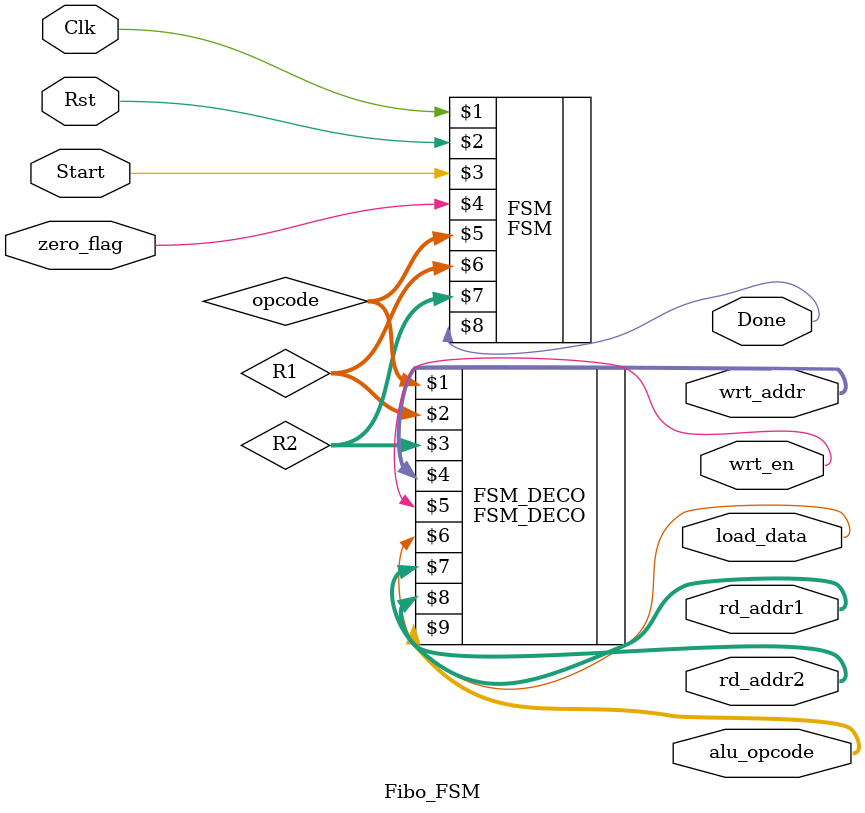
<source format=v>
module Fibo_FSM(Clk, Rst, Start, zero_flag, wrt_addr, wrt_en, load_data, rd_addr1, rd_addr2, alu_opcode, Done);
  parameter size = 3 ;
  input Clk, Rst, Start, zero_flag;
  output [size-1:0] alu_opcode;
  output [size-2:0] wrt_addr, rd_addr1, rd_addr2;
  output wrt_en, load_data, Done;
  wire [size-1:0] opcode;
  wire [size-2:0] R1, R2;
  
  FSM FSM (Clk, Rst, Start, zero_flag, opcode, R1, R2, Done);
  
  FSM_DECO FSM_DECO(opcode, R1, R2, wrt_addr, wrt_en, load_data, rd_addr1, rd_addr2, alu_opcode);

endmodule
</source>
